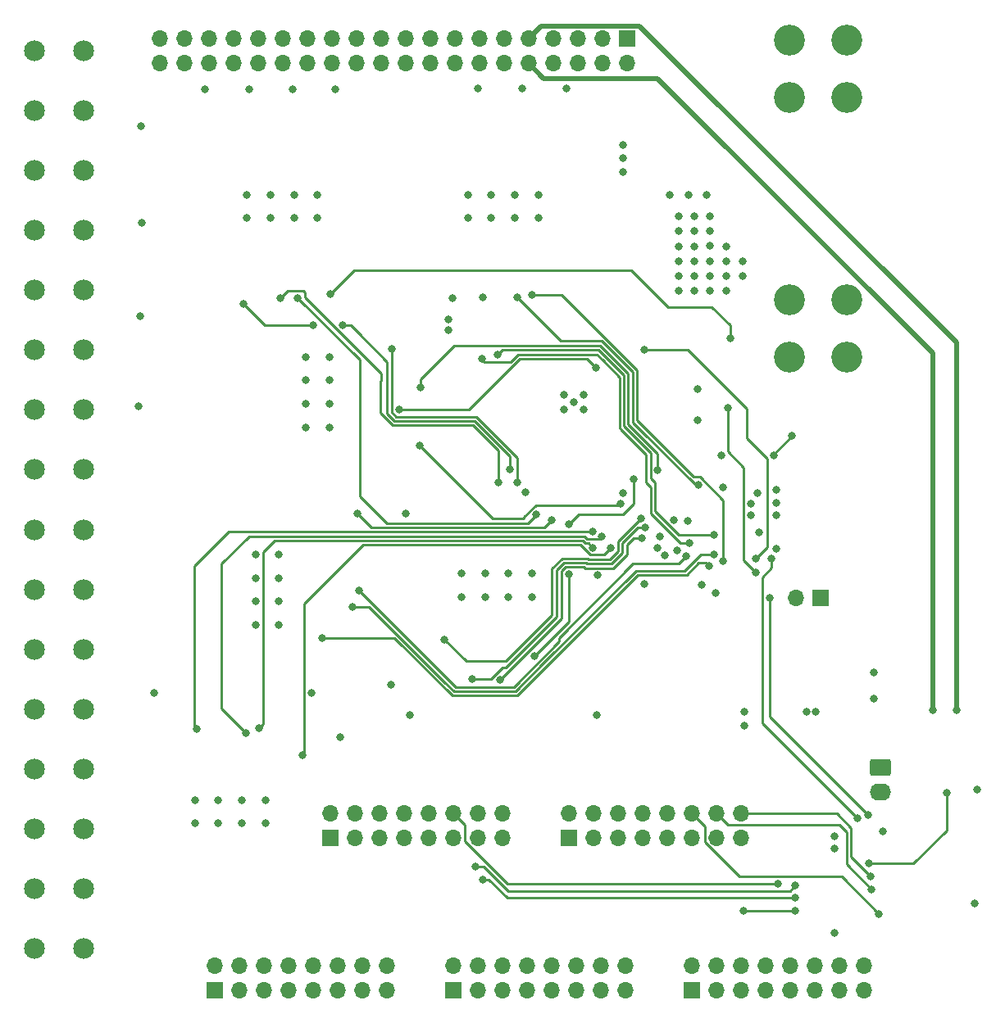
<source format=gbr>
%TF.GenerationSoftware,KiCad,Pcbnew,7.0.10*%
%TF.CreationDate,2024-05-01T16:26:35-07:00*%
%TF.ProjectId,control,636f6e74-726f-46c2-9e6b-696361645f70,B*%
%TF.SameCoordinates,Original*%
%TF.FileFunction,Copper,L4,Bot*%
%TF.FilePolarity,Positive*%
%FSLAX46Y46*%
G04 Gerber Fmt 4.6, Leading zero omitted, Abs format (unit mm)*
G04 Created by KiCad (PCBNEW 7.0.10) date 2024-05-01 16:26:35*
%MOMM*%
%LPD*%
G01*
G04 APERTURE LIST*
G04 Aperture macros list*
%AMRoundRect*
0 Rectangle with rounded corners*
0 $1 Rounding radius*
0 $2 $3 $4 $5 $6 $7 $8 $9 X,Y pos of 4 corners*
0 Add a 4 corners polygon primitive as box body*
4,1,4,$2,$3,$4,$5,$6,$7,$8,$9,$2,$3,0*
0 Add four circle primitives for the rounded corners*
1,1,$1+$1,$2,$3*
1,1,$1+$1,$4,$5*
1,1,$1+$1,$6,$7*
1,1,$1+$1,$8,$9*
0 Add four rect primitives between the rounded corners*
20,1,$1+$1,$2,$3,$4,$5,0*
20,1,$1+$1,$4,$5,$6,$7,0*
20,1,$1+$1,$6,$7,$8,$9,0*
20,1,$1+$1,$8,$9,$2,$3,0*%
G04 Aperture macros list end*
%TA.AperFunction,ComponentPad*%
%ADD10C,2.145000*%
%TD*%
%TA.AperFunction,ComponentPad*%
%ADD11R,1.700000X1.700000*%
%TD*%
%TA.AperFunction,ComponentPad*%
%ADD12O,1.700000X1.700000*%
%TD*%
%TA.AperFunction,ComponentPad*%
%ADD13C,3.200000*%
%TD*%
%TA.AperFunction,ComponentPad*%
%ADD14RoundRect,0.250000X-0.845000X0.620000X-0.845000X-0.620000X0.845000X-0.620000X0.845000X0.620000X0*%
%TD*%
%TA.AperFunction,ComponentPad*%
%ADD15O,2.190000X1.740000*%
%TD*%
%TA.AperFunction,ViaPad*%
%ADD16C,0.800000*%
%TD*%
%TA.AperFunction,Conductor*%
%ADD17C,0.250000*%
%TD*%
%TA.AperFunction,Conductor*%
%ADD18C,0.500000*%
%TD*%
G04 APERTURE END LIST*
D10*
%TO.P,J27,1,P1*%
%TO.N,Net-(J27-P1-Pad1)*%
X83693000Y-94002800D03*
%TO.P,J27,2,P1*%
X88773000Y-94002800D03*
%TD*%
%TO.P,J26,1,P1*%
%TO.N,Net-(J26-P1-Pad1)*%
X83693000Y-87814400D03*
%TO.P,J26,2,P1*%
X88773000Y-87814400D03*
%TD*%
%TO.P,J25,1,P1*%
%TO.N,Net-(J25-P1-Pad1)*%
X83693000Y-81626000D03*
%TO.P,J25,2,P1*%
X88773000Y-81626000D03*
%TD*%
%TO.P,J24,1,P1*%
%TO.N,Net-(J24-P1-Pad1)*%
X83693000Y-75437600D03*
%TO.P,J24,2,P1*%
X88773000Y-75437600D03*
%TD*%
%TO.P,J23,1,P1*%
%TO.N,Net-(J23-P1-Pad1)*%
X83693000Y-69249200D03*
%TO.P,J23,2,P1*%
X88773000Y-69249200D03*
%TD*%
%TO.P,J22,1,P1*%
%TO.N,Net-(J22-P1-Pad1)*%
X83693000Y-63060800D03*
%TO.P,J22,2,P1*%
X88773000Y-63060800D03*
%TD*%
%TO.P,J21,1,P1*%
%TO.N,Net-(J21-P1-Pad1)*%
X83693000Y-56872400D03*
%TO.P,J21,2,P1*%
X88773000Y-56872400D03*
%TD*%
%TO.P,J20,1,P1*%
%TO.N,Net-(J20-P1-Pad1)*%
X83693000Y-50684000D03*
%TO.P,J20,2,P1*%
X88773000Y-50684000D03*
%TD*%
%TO.P,J19,1,P1*%
%TO.N,Net-(J19-P1-Pad1)*%
X83693000Y-143510000D03*
%TO.P,J19,2,P1*%
X88773000Y-143510000D03*
%TD*%
%TO.P,J18,1,P1*%
%TO.N,Net-(J18-P1-Pad1)*%
X83693000Y-137321600D03*
%TO.P,J18,2,P1*%
X88773000Y-137321600D03*
%TD*%
%TO.P,J17,1,P1*%
%TO.N,Net-(J17-P1-Pad1)*%
X83693000Y-131133200D03*
%TO.P,J17,2,P1*%
X88773000Y-131133200D03*
%TD*%
%TO.P,J16,1,P1*%
%TO.N,Net-(J16-P1-Pad1)*%
X83693000Y-124944800D03*
%TO.P,J16,2,P1*%
X88773000Y-124944800D03*
%TD*%
%TO.P,J15,1,P1*%
%TO.N,Net-(J15-P1-Pad1)*%
X83693000Y-118756400D03*
%TO.P,J15,2,P1*%
X88773000Y-118756400D03*
%TD*%
%TO.P,J14,1,P1*%
%TO.N,Net-(J14-P1-Pad1)*%
X83693000Y-112568000D03*
%TO.P,J14,2,P1*%
X88773000Y-112568000D03*
%TD*%
%TO.P,J13,1,P1*%
%TO.N,Net-(J13-P1-Pad1)*%
X83693000Y-106379600D03*
%TO.P,J13,2,P1*%
X88773000Y-106379600D03*
%TD*%
%TO.P,J12,1,P1*%
%TO.N,Net-(J12-P1-Pad1)*%
X83693000Y-100191200D03*
%TO.P,J12,2,P1*%
X88773000Y-100191200D03*
%TD*%
D11*
%TO.P,JP1,1,A*%
%TO.N,Net-(J11-VTref)*%
X164901800Y-107289600D03*
D12*
%TO.P,JP1,2,B*%
%TO.N,+3.3V*%
X162361800Y-107289600D03*
%TD*%
D13*
%TO.P,J2,1*%
%TO.N,GNDREF*%
X167566400Y-76466600D03*
X161696400Y-76466600D03*
X167566400Y-82336600D03*
X161696400Y-82336600D03*
%TD*%
D14*
%TO.P,J28,1,Pin_1*%
%TO.N,/RS485_B*%
X171074400Y-124815600D03*
D15*
%TO.P,J28,2,Pin_2*%
%TO.N,/RS485_A*%
X171074400Y-127355600D03*
%TD*%
D13*
%TO.P,J1,1*%
%TO.N,Net-(D2-A)*%
X167566400Y-49631600D03*
X161696400Y-49631600D03*
X167566400Y-55501600D03*
X161696400Y-55501600D03*
%TD*%
D11*
%TO.P,J5,1,Pin_1*%
%TO.N,unconnected-(J5-Pin_1-Pad1)*%
X151638000Y-147828000D03*
D12*
%TO.P,J5,2,Pin_2*%
%TO.N,unconnected-(J5-Pin_2-Pad2)*%
X151638000Y-145288000D03*
%TO.P,J5,3,Pin_3*%
%TO.N,unconnected-(J5-Pin_3-Pad3)*%
X154178000Y-147828000D03*
%TO.P,J5,4,Pin_4*%
%TO.N,unconnected-(J5-Pin_4-Pad4)*%
X154178000Y-145288000D03*
%TO.P,J5,5,Pin_5*%
%TO.N,unconnected-(J5-Pin_5-Pad5)*%
X156718000Y-147828000D03*
%TO.P,J5,6,Pin_6*%
%TO.N,COMP_1_LGT_EN*%
X156718000Y-145288000D03*
%TO.P,J5,7,Pin_7*%
%TO.N,unconnected-(J5-Pin_7-Pad7)*%
X159258000Y-147828000D03*
%TO.P,J5,8,Pin_8*%
%TO.N,COMP_2_LGT_EN*%
X159258000Y-145288000D03*
%TO.P,J5,9,Pin_9*%
%TO.N,unconnected-(J5-Pin_9-Pad9)*%
X161798000Y-147828000D03*
%TO.P,J5,10,Pin_10*%
%TO.N,COMP_3_LGT_EN*%
X161798000Y-145288000D03*
%TO.P,J5,11,Pin_11*%
%TO.N,unconnected-(J5-Pin_11-Pad11)*%
X164338000Y-147828000D03*
%TO.P,J5,12,Pin_12*%
%TO.N,COMP_4_LGT_EN*%
X164338000Y-145288000D03*
%TO.P,J5,13,Pin_13*%
%TO.N,unconnected-(J5-Pin_13-Pad13)*%
X166878000Y-147828000D03*
%TO.P,J5,14,Pin_14*%
%TO.N,COMP_5_LGT_EN*%
X166878000Y-145288000D03*
%TO.P,J5,15,Pin_15*%
%TO.N,unconnected-(J5-Pin_15-Pad15)*%
X169418000Y-147828000D03*
%TO.P,J5,16,Pin_16*%
%TO.N,unconnected-(J5-Pin_16-Pad16)*%
X169418000Y-145288000D03*
%TD*%
D11*
%TO.P,J4,1,Pin_1*%
%TO.N,unconnected-(J4-Pin_1-Pad1)*%
X127000000Y-147828000D03*
D12*
%TO.P,J4,2,Pin_2*%
%TO.N,unconnected-(J4-Pin_2-Pad2)*%
X127000000Y-145288000D03*
%TO.P,J4,3,Pin_3*%
%TO.N,unconnected-(J4-Pin_3-Pad3)*%
X129540000Y-147828000D03*
%TO.P,J4,4,Pin_4*%
%TO.N,unconnected-(J4-Pin_4-Pad4)*%
X129540000Y-145288000D03*
%TO.P,J4,5,Pin_5*%
%TO.N,unconnected-(J4-Pin_5-Pad5)*%
X132080000Y-147828000D03*
%TO.P,J4,6,Pin_6*%
%TO.N,MARKER_LGT_EN*%
X132080000Y-145288000D03*
%TO.P,J4,7,Pin_7*%
%TO.N,unconnected-(J4-Pin_7-Pad7)*%
X134620000Y-147828000D03*
%TO.P,J4,8,Pin_8*%
%TO.N,BACKUP_CHIME_EN*%
X134620000Y-145288000D03*
%TO.P,J4,9,Pin_9*%
%TO.N,unconnected-(J4-Pin_9-Pad9)*%
X137160000Y-147828000D03*
%TO.P,J4,10,Pin_10*%
%TO.N,Net-(J4-Pin_10)*%
X137160000Y-145288000D03*
%TO.P,J4,11,Pin_11*%
%TO.N,unconnected-(J4-Pin_11-Pad11)*%
X139700000Y-147828000D03*
%TO.P,J4,12,Pin_12*%
%TO.N,Net-(J4-Pin_10)*%
X139700000Y-145288000D03*
%TO.P,J4,13,Pin_13*%
%TO.N,unconnected-(J4-Pin_13-Pad13)*%
X142240000Y-147828000D03*
%TO.P,J4,14,Pin_14*%
%TO.N,ISECT_D_EN*%
X142240000Y-145288000D03*
%TO.P,J4,15,Pin_15*%
%TO.N,unconnected-(J4-Pin_15-Pad15)*%
X144780000Y-147828000D03*
%TO.P,J4,16,Pin_16*%
%TO.N,ISECT_P_EN*%
X144780000Y-145288000D03*
%TD*%
D11*
%TO.P,J10,1,Pin_1*%
%TO.N,+12V*%
X144900000Y-49460000D03*
D12*
%TO.P,J10,2,Pin_2*%
X144900000Y-52000000D03*
%TO.P,J10,3,Pin_3*%
X142360000Y-49460000D03*
%TO.P,J10,4,Pin_4*%
X142360000Y-52000000D03*
%TO.P,J10,5,Pin_5*%
%TO.N,GNDREF*%
X139820000Y-49460000D03*
%TO.P,J10,6,Pin_6*%
X139820000Y-52000000D03*
%TO.P,J10,7,Pin_7*%
X137280000Y-49460000D03*
%TO.P,J10,8,Pin_8*%
X137280000Y-52000000D03*
%TO.P,J10,9,Pin_9*%
%TO.N,Net-(J10-Pin_9)*%
X134740000Y-49460000D03*
%TO.P,J10,10,Pin_10*%
%TO.N,Net-(J10-Pin_10)*%
X134740000Y-52000000D03*
%TO.P,J10,11,Pin_11*%
%TO.N,CAB_SIGNAL_1*%
X132200000Y-49460000D03*
%TO.P,J10,12,Pin_12*%
%TO.N,CAB_SIGNAL_5*%
X132200000Y-52000000D03*
%TO.P,J10,13,Pin_13*%
%TO.N,CAB_SIGNAL_1*%
X129660000Y-49460000D03*
%TO.P,J10,14,Pin_14*%
%TO.N,CAB_SIGNAL_5*%
X129660000Y-52000000D03*
%TO.P,J10,15,Pin_15*%
%TO.N,CAB_SIGNAL_2*%
X127120000Y-49460000D03*
%TO.P,J10,16,Pin_16*%
%TO.N,CAB_SIGNAL_6*%
X127120000Y-52000000D03*
%TO.P,J10,17,Pin_17*%
%TO.N,CAB_SIGNAL_2*%
X124580000Y-49460000D03*
%TO.P,J10,18,Pin_18*%
%TO.N,CAB_SIGNAL_6*%
X124580000Y-52000000D03*
%TO.P,J10,19,Pin_19*%
%TO.N,CAB_SIGNAL_3*%
X122040000Y-49460000D03*
%TO.P,J10,20,Pin_20*%
%TO.N,CAB_SIGNAL_7*%
X122040000Y-52000000D03*
%TO.P,J10,21,Pin_21*%
%TO.N,CAB_SIGNAL_3*%
X119500000Y-49460000D03*
%TO.P,J10,22,Pin_22*%
%TO.N,CAB_SIGNAL_7*%
X119500000Y-52000000D03*
%TO.P,J10,23,Pin_23*%
%TO.N,CAB_SIGNAL_4*%
X116960000Y-49460000D03*
%TO.P,J10,24,Pin_24*%
%TO.N,CAB_SIGNAL_8*%
X116960000Y-52000000D03*
%TO.P,J10,25,Pin_25*%
%TO.N,CAB_SIGNAL_4*%
X114420000Y-49460000D03*
%TO.P,J10,26,Pin_26*%
%TO.N,CAB_SIGNAL_8*%
X114420000Y-52000000D03*
%TO.P,J10,27,Pin_27*%
%TO.N,unconnected-(J10-Pin_27-Pad27)*%
X111880000Y-49460000D03*
%TO.P,J10,28,Pin_28*%
%TO.N,unconnected-(J10-Pin_28-Pad28)*%
X111880000Y-52000000D03*
%TO.P,J10,29,Pin_29*%
%TO.N,unconnected-(J10-Pin_29-Pad29)*%
X109340000Y-49460000D03*
%TO.P,J10,30,Pin_30*%
%TO.N,unconnected-(J10-Pin_30-Pad30)*%
X109340000Y-52000000D03*
%TO.P,J10,31,Pin_31*%
%TO.N,unconnected-(J10-Pin_31-Pad31)*%
X106800000Y-49460000D03*
%TO.P,J10,32,Pin_32*%
%TO.N,unconnected-(J10-Pin_32-Pad32)*%
X106800000Y-52000000D03*
%TO.P,J10,33,Pin_33*%
%TO.N,GNDREF*%
X104260000Y-49460000D03*
%TO.P,J10,34,Pin_34*%
X104260000Y-52000000D03*
%TO.P,J10,35,Pin_35*%
X101720000Y-49460000D03*
%TO.P,J10,36,Pin_36*%
X101720000Y-52000000D03*
%TO.P,J10,37,Pin_37*%
%TO.N,+12V*%
X99180000Y-49460000D03*
%TO.P,J10,38,Pin_38*%
X99180000Y-52000000D03*
%TO.P,J10,39,Pin_39*%
X96640000Y-49460000D03*
%TO.P,J10,40,Pin_40*%
X96640000Y-52000000D03*
%TD*%
D11*
%TO.P,J3,1,Pin_1*%
%TO.N,unconnected-(J3-Pin_1-Pad1)*%
X102362000Y-147828000D03*
D12*
%TO.P,J3,2,Pin_2*%
%TO.N,unconnected-(J3-Pin_2-Pad2)*%
X102362000Y-145288000D03*
%TO.P,J3,3,Pin_3*%
%TO.N,unconnected-(J3-Pin_3-Pad3)*%
X104902000Y-147828000D03*
%TO.P,J3,4,Pin_4*%
%TO.N,unconnected-(J3-Pin_4-Pad4)*%
X104902000Y-145288000D03*
%TO.P,J3,5,Pin_5*%
%TO.N,unconnected-(J3-Pin_5-Pad5)*%
X107442000Y-147828000D03*
%TO.P,J3,6,Pin_6*%
%TO.N,Net-(J3-Pin_6)*%
X107442000Y-145288000D03*
%TO.P,J3,7,Pin_7*%
%TO.N,unconnected-(J3-Pin_7-Pad7)*%
X109982000Y-147828000D03*
%TO.P,J3,8,Pin_8*%
%TO.N,Net-(J3-Pin_6)*%
X109982000Y-145288000D03*
%TO.P,J3,9,Pin_9*%
%TO.N,unconnected-(J3-Pin_9-Pad9)*%
X112522000Y-147828000D03*
%TO.P,J3,10,Pin_10*%
%TO.N,Net-(J3-Pin_10)*%
X112522000Y-145288000D03*
%TO.P,J3,11,Pin_11*%
%TO.N,unconnected-(J3-Pin_11-Pad11)*%
X115062000Y-147828000D03*
%TO.P,J3,12,Pin_12*%
%TO.N,Net-(J3-Pin_10)*%
X115062000Y-145288000D03*
%TO.P,J3,13,Pin_13*%
%TO.N,unconnected-(J3-Pin_13-Pad13)*%
X117602000Y-147828000D03*
%TO.P,J3,14,Pin_14*%
%TO.N,Net-(J3-Pin_14)*%
X117602000Y-145288000D03*
%TO.P,J3,15,Pin_15*%
%TO.N,unconnected-(J3-Pin_15-Pad15)*%
X120142000Y-147828000D03*
%TO.P,J3,16,Pin_16*%
%TO.N,Net-(J3-Pin_14)*%
X120142000Y-145288000D03*
%TD*%
D11*
%TO.P,J7,1,Pin_1*%
%TO.N,unconnected-(J7-Pin_1-Pad1)*%
X138938000Y-132080000D03*
D12*
%TO.P,J7,2,Pin_2*%
%TO.N,unconnected-(J7-Pin_2-Pad2)*%
X138938000Y-129540000D03*
%TO.P,J7,3,Pin_3*%
%TO.N,unconnected-(J7-Pin_3-Pad3)*%
X141478000Y-132080000D03*
%TO.P,J7,4,Pin_4*%
%TO.N,unconnected-(J7-Pin_4-Pad4)*%
X141478000Y-129540000D03*
%TO.P,J7,5,Pin_5*%
%TO.N,unconnected-(J7-Pin_5-Pad5)*%
X144018000Y-132080000D03*
%TO.P,J7,6,Pin_6*%
%TO.N,AUX_7_EN*%
X144018000Y-129540000D03*
%TO.P,J7,7,Pin_7*%
%TO.N,unconnected-(J7-Pin_7-Pad7)*%
X146558000Y-132080000D03*
%TO.P,J7,8,Pin_8*%
%TO.N,AUX_8_EN*%
X146558000Y-129540000D03*
%TO.P,J7,9,Pin_9*%
%TO.N,unconnected-(J7-Pin_9-Pad9)*%
X149098000Y-132080000D03*
%TO.P,J7,10,Pin_10*%
%TO.N,AUX_9_EN*%
X149098000Y-129540000D03*
%TO.P,J7,11,Pin_11*%
%TO.N,unconnected-(J7-Pin_11-Pad11)*%
X151638000Y-132080000D03*
%TO.P,J7,12,Pin_12*%
%TO.N,AUX_10_EN*%
X151638000Y-129540000D03*
%TO.P,J7,13,Pin_13*%
%TO.N,unconnected-(J7-Pin_13-Pad13)*%
X154178000Y-132080000D03*
%TO.P,J7,14,Pin_14*%
%TO.N,AUX_11_EN*%
X154178000Y-129540000D03*
%TO.P,J7,15,Pin_15*%
%TO.N,unconnected-(J7-Pin_15-Pad15)*%
X156718000Y-132080000D03*
%TO.P,J7,16,Pin_16*%
%TO.N,AUX_12_EN*%
X156718000Y-129540000D03*
%TD*%
D11*
%TO.P,J6,1,Pin_1*%
%TO.N,unconnected-(J6-Pin_1-Pad1)*%
X114300000Y-132096000D03*
D12*
%TO.P,J6,2,Pin_2*%
%TO.N,unconnected-(J6-Pin_2-Pad2)*%
X114300000Y-129556000D03*
%TO.P,J6,3,Pin_3*%
%TO.N,unconnected-(J6-Pin_3-Pad3)*%
X116840000Y-132096000D03*
%TO.P,J6,4,Pin_4*%
%TO.N,unconnected-(J6-Pin_4-Pad4)*%
X116840000Y-129556000D03*
%TO.P,J6,5,Pin_5*%
%TO.N,unconnected-(J6-Pin_5-Pad5)*%
X119380000Y-132096000D03*
%TO.P,J6,6,Pin_6*%
%TO.N,AUX_1_EN*%
X119380000Y-129556000D03*
%TO.P,J6,7,Pin_7*%
%TO.N,unconnected-(J6-Pin_7-Pad7)*%
X121920000Y-132096000D03*
%TO.P,J6,8,Pin_8*%
%TO.N,AUX_2_EN*%
X121920000Y-129556000D03*
%TO.P,J6,9,Pin_9*%
%TO.N,unconnected-(J6-Pin_9-Pad9)*%
X124460000Y-132096000D03*
%TO.P,J6,10,Pin_10*%
%TO.N,AUX_3_EN*%
X124460000Y-129556000D03*
%TO.P,J6,11,Pin_11*%
%TO.N,unconnected-(J6-Pin_11-Pad11)*%
X127000000Y-132096000D03*
%TO.P,J6,12,Pin_12*%
%TO.N,AUX_4_EN*%
X127000000Y-129556000D03*
%TO.P,J6,13,Pin_13*%
%TO.N,unconnected-(J6-Pin_13-Pad13)*%
X129540000Y-132096000D03*
%TO.P,J6,14,Pin_14*%
%TO.N,AUX_5_EN*%
X129540000Y-129556000D03*
%TO.P,J6,15,Pin_15*%
%TO.N,unconnected-(J6-Pin_15-Pad15)*%
X132080000Y-132096000D03*
%TO.P,J6,16,Pin_16*%
%TO.N,AUX_6_EN*%
X132080000Y-129556000D03*
%TD*%
D16*
%TO.N,I2C3_SDA*%
X159664400Y-107289600D03*
%TO.N,I2C3_SCL*%
X159842200Y-103174800D03*
%TO.N,COMP_4_SENSE*%
X126034800Y-111556800D03*
X146354800Y-99009200D03*
%TO.N,COMP_1_SENSE*%
X145592800Y-94945200D03*
X138887200Y-104800400D03*
X138887200Y-99669600D03*
X135331200Y-113284000D03*
%TO.N,GNDREF*%
X160324800Y-97409000D03*
X160324800Y-98704400D03*
X110506932Y-65582800D03*
X108085466Y-65582800D03*
X120497600Y-116230400D03*
X138430000Y-87757000D03*
X107543600Y-130556000D03*
X170434000Y-117703600D03*
X135077200Y-104749600D03*
X111760000Y-82346800D03*
X149352000Y-65633600D03*
X166319200Y-133197600D03*
X148336000Y-100888800D03*
X139446000Y-86995000D03*
X151257000Y-65633600D03*
X160324800Y-96113600D03*
X111760000Y-87189734D03*
X100279200Y-130556000D03*
X106527600Y-105189868D03*
X105664000Y-65582800D03*
X106527600Y-102768400D03*
X141782800Y-119329200D03*
X112928400Y-65582800D03*
X144526000Y-61823600D03*
X126492000Y-79603600D03*
X157022800Y-119024400D03*
X135737600Y-65582800D03*
X105122134Y-130556000D03*
X154076400Y-106730800D03*
X128473200Y-65582800D03*
X154635200Y-92506800D03*
X138430000Y-86233000D03*
X181102000Y-127050800D03*
X111760000Y-84768268D03*
X133316132Y-65582800D03*
X157022800Y-120497600D03*
X122021600Y-98501200D03*
X140462000Y-87757000D03*
X151180800Y-99263200D03*
X111760000Y-89611200D03*
X170383200Y-114960400D03*
X102700668Y-130556000D03*
X106527600Y-110032800D03*
X127812800Y-104749600D03*
X166319200Y-131876800D03*
X130234266Y-104749600D03*
X112318800Y-117043200D03*
X166319200Y-141884400D03*
X134416800Y-96367600D03*
X153162000Y-65633600D03*
X132655732Y-104749600D03*
X130894666Y-65582800D03*
X140462000Y-86233000D03*
X152196800Y-85699600D03*
X122478800Y-119329200D03*
X106527600Y-107611334D03*
X126492000Y-78486000D03*
X115265200Y-121666000D03*
X144475200Y-96418400D03*
X144526000Y-60452000D03*
X144526000Y-63195200D03*
X96062800Y-117043200D03*
%TO.N,+3.3V*%
X150266400Y-73964800D03*
X135737600Y-67970400D03*
X133316132Y-67970400D03*
X180797200Y-138836400D03*
X157734000Y-98704400D03*
X102700668Y-128168400D03*
X153466800Y-72420480D03*
X151841200Y-75498960D03*
X153466800Y-67818000D03*
X152603200Y-105867200D03*
X100279200Y-128168400D03*
X132655732Y-107137200D03*
X108085466Y-67970400D03*
X114147600Y-87189734D03*
X152196800Y-88849200D03*
X114147600Y-82346800D03*
X155143200Y-70896480D03*
X130894666Y-67970400D03*
X112928400Y-67970400D03*
X135077200Y-107137200D03*
X155143200Y-72430640D03*
X150266400Y-72430640D03*
X108915200Y-105189868D03*
X114147600Y-84768268D03*
X150266400Y-75498960D03*
X164388800Y-119024400D03*
X128473200Y-67970400D03*
X171297600Y-131419600D03*
X151841200Y-73964800D03*
X150266400Y-70896480D03*
X153466800Y-73954640D03*
X155143200Y-73964800D03*
X108915200Y-107611334D03*
X130234266Y-107137200D03*
X153466800Y-75488800D03*
X151841200Y-67828160D03*
X151841200Y-69362320D03*
X151841200Y-72430640D03*
X105664000Y-67970400D03*
X127812800Y-107137200D03*
X105122134Y-128168400D03*
X108915200Y-102768400D03*
X150266400Y-67828160D03*
X153466800Y-69352160D03*
X150266400Y-69362320D03*
X155143200Y-75498960D03*
X110506932Y-67970400D03*
X156870400Y-72420480D03*
X163423600Y-119024400D03*
X156870400Y-73954640D03*
X153466800Y-70886320D03*
X149758400Y-99212400D03*
X108915200Y-110032800D03*
X114147600Y-89611200D03*
X151841200Y-70896480D03*
X107543600Y-128168400D03*
%TO.N,+12V*%
X138684000Y-54610000D03*
X114808000Y-54711600D03*
X94589600Y-78130400D03*
X110337600Y-54711600D03*
X129540000Y-54610000D03*
X94792800Y-68478400D03*
X94488000Y-87477600D03*
X101346000Y-54711600D03*
X134112000Y-54610000D03*
X105867200Y-54711600D03*
X94742000Y-58470800D03*
%TO.N,CAB_2_SENSE*%
X131622800Y-95300800D03*
X109067600Y-76250800D03*
X146659600Y-105816400D03*
%TO.N,CAB_1_SENSE*%
X148793200Y-102870000D03*
X115519200Y-79044800D03*
X132842000Y-93980000D03*
X105257600Y-76860400D03*
X112471200Y-79044800D03*
%TO.N,CAB_4_SENSE*%
X158242000Y-104648000D03*
X155295600Y-87579200D03*
X114249200Y-75844400D03*
X155549600Y-80416400D03*
%TO.N,CAB_3_SENSE*%
X141833600Y-104902000D03*
X110896400Y-76250800D03*
X135534400Y-98653600D03*
%TO.N,CAB_6_SENSE*%
X133553200Y-76149200D03*
X152247600Y-95605600D03*
%TO.N,CAB_5_SENSE*%
X154838400Y-103479600D03*
X135128000Y-75946000D03*
%TO.N,CAB_8_SENSE*%
X129895600Y-82499200D03*
X151384000Y-101549200D03*
X126898400Y-76301600D03*
%TO.N,CAB_7_SENSE*%
X131572000Y-82143600D03*
X129997200Y-76149200D03*
X153873200Y-100736400D03*
%TO.N,STOP_LIGHT_SENSE*%
X153416000Y-103987600D03*
X113436400Y-111404400D03*
%TO.N,PARK_BRAKE_SENSE*%
X117043200Y-98501200D03*
X150063200Y-102311200D03*
X137109200Y-99212400D03*
%TO.N,MARKER_LIGHT_SENSE*%
X117246400Y-106476800D03*
X151028400Y-102971600D03*
%TO.N,REVERSE_LIGHT_SENSE*%
X153924000Y-102768400D03*
X116586000Y-108153200D03*
%TO.N,HORN_SENSE*%
X105511600Y-121208800D03*
X142290800Y-100939600D03*
%TO.N,AUX_1_SENSE*%
X141376400Y-102057200D03*
X106883200Y-120751600D03*
%TO.N,AUX_2_SENSE*%
X143256000Y-102108000D03*
X111353600Y-123545600D03*
%TO.N,BATT_SW_SENSE*%
X100482400Y-120802400D03*
X141325600Y-100431600D03*
%TO.N,COMP_2_SENSE*%
X146405600Y-101041200D03*
X131775200Y-115722400D03*
%TO.N,COMP_3_SENSE*%
X128930400Y-115620800D03*
X146812000Y-99974400D03*
%TO.N,COMP_5_SENSE*%
X133604000Y-95300800D03*
X148082000Y-102108000D03*
X120650000Y-81483200D03*
%TO.N,REAR_DOOR_SENSE*%
X123545600Y-85496400D03*
X148082000Y-94081600D03*
%TO.N,AUX_3_SENSE*%
X123494800Y-91541600D03*
X144272000Y-97536000D03*
X154787600Y-95859600D03*
%TO.N,SIDE_DOOR_SENSE*%
X146710400Y-81635600D03*
X141681200Y-83464400D03*
X121361200Y-87782400D03*
X158191200Y-103174800D03*
%TO.N,/MCU/#RESET*%
X160070800Y-92506800D03*
X161950400Y-90525600D03*
%TO.N,AUX_4_EN*%
X160528000Y-136804400D03*
%TO.N,AUX_5_EN*%
X162255200Y-137007600D03*
X129235200Y-135026400D03*
%TO.N,AUX_6_EN*%
X162255200Y-138277600D03*
X130048000Y-136398000D03*
%TO.N,UART5_TX*%
X158394400Y-96418400D03*
X160324800Y-102158800D03*
%TO.N,UART5_RX*%
X158546800Y-100482400D03*
X157734000Y-97485200D03*
%TO.N,AUX_9_EN*%
X162255200Y-139598400D03*
X156921200Y-139598400D03*
%TO.N,AUX_10_EN*%
X170942000Y-139903200D03*
%TO.N,AUX_11_EN*%
X170180000Y-137363200D03*
%TO.N,AUX_12_EN*%
X170078400Y-136042400D03*
%TO.N,I2C3_SDA*%
X169824400Y-129692400D03*
%TO.N,I2C3_SCL*%
X168706800Y-130048000D03*
%TO.N,Net-(J10-Pin_9)*%
X178917600Y-118821200D03*
%TO.N,Net-(J10-Pin_10)*%
X176479200Y-118821200D03*
%TO.N,Net-(U10-INT#)*%
X169926000Y-134721600D03*
X177952400Y-127406400D03*
%TD*%
D17*
%TO.N,I2C3_SDA*%
X169824400Y-129692400D02*
X159753300Y-119621300D01*
X159664400Y-107289600D02*
X159664400Y-119532400D01*
X159664400Y-119532400D02*
X159753300Y-119621300D01*
%TO.N,I2C3_SCL*%
X159842200Y-104165400D02*
X159842200Y-103174800D01*
X158888600Y-105119000D02*
X159842200Y-104165400D01*
%TO.N,COMP_4_SENSE*%
X137160000Y-104215115D02*
X137160000Y-109064808D01*
X143981000Y-101383000D02*
X143981000Y-102408305D01*
X138199715Y-103175400D02*
X137160000Y-104215115D01*
X132408804Y-113816004D02*
X128294004Y-113816004D01*
X140832899Y-103175400D02*
X138199715Y-103175400D01*
X143112905Y-103276400D02*
X140933899Y-103276400D01*
X146354800Y-99009200D02*
X143981000Y-101383000D01*
X137160000Y-109064808D02*
X132408804Y-113816004D01*
X143981000Y-102408305D02*
X143112905Y-103276400D01*
X128294004Y-113816004D02*
X126034800Y-111556800D01*
X140933899Y-103276400D02*
X140832899Y-103175400D01*
%TO.N,COMP_1_SENSE*%
X138887200Y-99669600D02*
X139903200Y-98653600D01*
X138887200Y-109728000D02*
X138887200Y-104800400D01*
X138887200Y-104800400D02*
X138887200Y-104902000D01*
X144474178Y-98653600D02*
X145592800Y-97534978D01*
X139903200Y-98653600D02*
X144474178Y-98653600D01*
X145592800Y-97534978D02*
X145592800Y-94945200D01*
X135331200Y-113284000D02*
X138887200Y-109728000D01*
%TO.N,CAB_2_SENSE*%
X131622800Y-92052392D02*
X128978408Y-89408000D01*
X111621400Y-76172305D02*
X111621400Y-75655000D01*
X120688703Y-89408000D02*
X119430800Y-88150097D01*
X119481600Y-84032505D02*
X111621400Y-76172305D01*
X111621400Y-75655000D02*
X111455200Y-75488800D01*
X131622800Y-95300800D02*
X131622800Y-92052392D01*
X119430800Y-88150097D02*
X119430800Y-84836000D01*
X119430800Y-84836000D02*
X119481600Y-84785200D01*
X111455200Y-75488800D02*
X109829600Y-75488800D01*
X119481600Y-84785200D02*
X119481600Y-84032505D01*
X128978408Y-89408000D02*
X120688703Y-89408000D01*
X109829600Y-75488800D02*
X109067600Y-76250800D01*
%TO.N,CAB_1_SENSE*%
X120149200Y-88232101D02*
X120149200Y-87859309D01*
X120874499Y-88957400D02*
X120149200Y-88232101D01*
X131711002Y-91504198D02*
X129164204Y-88957400D01*
X132842000Y-93980000D02*
X132842000Y-92635196D01*
X116382800Y-79095600D02*
X115519200Y-79044800D01*
X132842000Y-92635196D02*
X131711002Y-91504198D01*
X120149200Y-82862000D02*
X117043200Y-79756000D01*
X117043200Y-79756000D02*
X116382800Y-79095600D01*
X105257600Y-76860400D02*
X107492800Y-79095600D01*
X129164204Y-88957400D02*
X120874499Y-88957400D01*
X120149200Y-87859309D02*
X120149200Y-82862000D01*
X107492800Y-79095600D02*
X112471200Y-79044800D01*
X112471200Y-79044800D02*
X112522000Y-79095600D01*
X115519200Y-79044800D02*
X115519200Y-79095600D01*
%TO.N,CAB_4_SENSE*%
X149148800Y-77216000D02*
X153670000Y-77216000D01*
X156972000Y-93818295D02*
X156972000Y-103378000D01*
X155549600Y-79095600D02*
X155549600Y-80416400D01*
X155295600Y-87579200D02*
X155295600Y-92141895D01*
X116687600Y-73406000D02*
X145338800Y-73406000D01*
X156972000Y-103378000D02*
X158242000Y-104648000D01*
X155295600Y-92141895D02*
X156972000Y-93818295D01*
X114249200Y-75844400D02*
X116687600Y-73406000D01*
X153670000Y-77216000D02*
X155549600Y-79095600D01*
X145338800Y-73406000D02*
X149148800Y-77216000D01*
%TO.N,CAB_3_SENSE*%
X135534400Y-98653600D02*
X135585200Y-98653600D01*
X119786400Y-99212400D02*
X120105600Y-99531600D01*
X117297200Y-96723200D02*
X119786400Y-99212400D01*
X110896400Y-76250800D02*
X117297200Y-82651600D01*
X117297200Y-93167200D02*
X117297200Y-96723200D01*
X133197600Y-99531600D02*
X134707200Y-99531600D01*
X135534400Y-98704400D02*
X135534400Y-98653600D01*
X134707200Y-99531600D02*
X135534400Y-98704400D01*
X135585200Y-98653600D02*
X135534400Y-98704400D01*
X117297200Y-82651600D02*
X117297200Y-93167200D01*
X120105600Y-99531600D02*
X133197600Y-99531600D01*
%TO.N,CAB_6_SENSE*%
X138074400Y-80670400D02*
X133553200Y-76149200D01*
X145484000Y-84937600D02*
X145484000Y-83887604D01*
X151993974Y-95605600D02*
X146202587Y-89814213D01*
X140868400Y-80670400D02*
X138074400Y-80670400D01*
X145484000Y-83887604D02*
X142266796Y-80670400D01*
X152247600Y-95605600D02*
X151993974Y-95605600D01*
X142266796Y-80670400D02*
X140868400Y-80670400D01*
X146202587Y-89814213D02*
X145484000Y-89095626D01*
X145484000Y-89095626D02*
X145484000Y-84937600D01*
%TO.N,CAB_5_SENSE*%
X145934000Y-83701208D02*
X138178792Y-75946000D01*
X154838400Y-97171095D02*
X152421120Y-94753815D01*
X145934000Y-88909230D02*
X145934000Y-83701208D01*
X152421120Y-94753815D02*
X151778585Y-94753815D01*
X154838400Y-103479600D02*
X154838400Y-97171095D01*
X151778585Y-94753815D02*
X145934000Y-88909230D01*
X138178792Y-75946000D02*
X135128000Y-75946000D01*
%TO.N,CAB_8_SENSE*%
X129895600Y-82499200D02*
X129794000Y-82499200D01*
X150418800Y-101549200D02*
X147828000Y-98958400D01*
X144134000Y-84446792D02*
X142340204Y-82652996D01*
X147015200Y-95453200D02*
X146907000Y-95345000D01*
X133654800Y-82078400D02*
X132864600Y-82868600D01*
X144134000Y-85598000D02*
X144134000Y-84446792D01*
X129794000Y-82499200D02*
X129895600Y-82600800D01*
X130163400Y-82868600D02*
X129895600Y-82600800D01*
X147370800Y-95808800D02*
X147015200Y-95453200D01*
X147370800Y-96164400D02*
X147370800Y-95808800D01*
X142340204Y-82652996D02*
X141765608Y-82078400D01*
X141765608Y-82078400D02*
X136601200Y-82078400D01*
X132864600Y-82868600D02*
X130163400Y-82868600D01*
X146907000Y-92427814D02*
X144358993Y-89879807D01*
X151384000Y-101549200D02*
X150418800Y-101549200D01*
X144134000Y-89654814D02*
X144134000Y-85598000D01*
X136601200Y-82078400D02*
X133654800Y-82078400D01*
X147370800Y-98501200D02*
X147370800Y-96164400D01*
X129895600Y-82600800D02*
X129895600Y-82499200D01*
X146907000Y-93370400D02*
X146907000Y-92427814D01*
X147828000Y-98958400D02*
X147370800Y-98501200D01*
X144358993Y-89879807D02*
X144134000Y-89654814D01*
X146907000Y-95345000D02*
X146907000Y-93370400D01*
%TO.N,CAB_7_SENSE*%
X144584000Y-84260396D02*
X141952004Y-81628400D01*
X153873200Y-100736400D02*
X150257095Y-100736400D01*
X141952004Y-81628400D02*
X133604000Y-81628400D01*
X147357000Y-92241418D02*
X146607591Y-91492009D01*
X132087200Y-81628400D02*
X131572000Y-82143600D01*
X147357000Y-94880600D02*
X147357000Y-92241418D01*
X146607591Y-91492009D02*
X144584000Y-89468418D01*
X144584000Y-89468418D02*
X144584000Y-86969600D01*
X150257095Y-100736400D02*
X147828000Y-98307305D01*
X147828000Y-98307305D02*
X147828000Y-95351600D01*
X144584000Y-86969600D02*
X144584000Y-84260396D01*
X133604000Y-81628400D02*
X132087200Y-81628400D01*
X147828000Y-95351600D02*
X147357000Y-94880600D01*
%TO.N,STOP_LIGHT_SENSE*%
X120901208Y-111404400D02*
X126844208Y-117347400D01*
X153416000Y-103987600D02*
X153466800Y-103987600D01*
X146018497Y-104894800D02*
X151062396Y-104894800D01*
X153416000Y-104038400D02*
X153416000Y-103987600D01*
X126844208Y-117347400D02*
X133565897Y-117347400D01*
X113436400Y-111404400D02*
X120901208Y-111404400D01*
X133565897Y-117347400D02*
X146018497Y-104894800D01*
X152325196Y-103632000D02*
X153060400Y-103632000D01*
X153466800Y-103987600D02*
X153365200Y-104089200D01*
X151062396Y-104894800D02*
X152325196Y-103632000D01*
X153060400Y-103632000D02*
X153416000Y-103987600D01*
%TO.N,PARK_BRAKE_SENSE*%
X117043200Y-98501200D02*
X118523600Y-99981600D01*
X137109200Y-99212400D02*
X137058400Y-99263200D01*
X136340000Y-99981600D02*
X137109200Y-99212400D01*
X118523600Y-99981600D02*
X136296400Y-99981600D01*
X136296400Y-99981600D02*
X136340000Y-99981600D01*
%TO.N,MARKER_LIGHT_SENSE*%
X145517996Y-103733600D02*
X150266400Y-103733600D01*
X127217000Y-116447400D02*
X133193105Y-116447400D01*
X137884598Y-111366998D02*
X145517996Y-103733600D01*
X137884598Y-111755907D02*
X137884598Y-111366998D01*
X150266400Y-103733600D02*
X151028400Y-102971600D01*
X133193105Y-116447400D02*
X137884598Y-111755907D01*
X117246400Y-106476800D02*
X127217000Y-116447400D01*
%TO.N,REVERSE_LIGHT_SENSE*%
X116586000Y-108153200D02*
X118286404Y-108153200D01*
X133379501Y-116897400D02*
X136314451Y-113962450D01*
X153924000Y-102768400D02*
X153822400Y-102768400D01*
X152552400Y-102768400D02*
X153924000Y-102768400D01*
X150876000Y-104444800D02*
X152552400Y-102768400D01*
X145832101Y-104444800D02*
X150876000Y-104444800D01*
X136314451Y-113962450D02*
X145832101Y-104444800D01*
X126072202Y-115938998D02*
X127030604Y-116897400D01*
X127030604Y-116897400D02*
X133379501Y-116897400D01*
X118286404Y-108153200D02*
X126072202Y-115938998D01*
%TO.N,HORN_SENSE*%
X140787800Y-101156600D02*
X140512800Y-100881600D01*
X103022400Y-118059200D02*
X103022400Y-118719600D01*
X142290800Y-100939600D02*
X142073800Y-101156600D01*
X105511600Y-121208800D02*
X105460800Y-121158000D01*
X103022400Y-103726400D02*
X103022400Y-118059200D01*
X142073800Y-101156600D02*
X140787800Y-101156600D01*
X103022400Y-118719600D02*
X105511600Y-121208800D01*
X140512800Y-100881600D02*
X105867200Y-100881600D01*
X105867200Y-100881600D02*
X103022400Y-103726400D01*
%TO.N,AUX_1_SENSE*%
X107289600Y-120294400D02*
X107289600Y-102514400D01*
X140326404Y-101331600D02*
X140601404Y-101606600D01*
X108472400Y-101331600D02*
X140326404Y-101331600D01*
X106883200Y-120700800D02*
X107289600Y-120294400D01*
X107289600Y-102514400D02*
X108472400Y-101331600D01*
X140601404Y-101606600D02*
X140925800Y-101606600D01*
X140925800Y-101606600D02*
X141376400Y-102057200D01*
%TO.N,AUX_2_SENSE*%
X142581800Y-102782200D02*
X143256000Y-102108000D01*
X111353600Y-123494800D02*
X111593800Y-123254600D01*
X111593800Y-107840600D02*
X117652800Y-101781600D01*
X111593800Y-123254600D02*
X111593800Y-107840600D01*
X141076095Y-102782200D02*
X142581800Y-102782200D01*
X140075495Y-101781600D02*
X141076095Y-102782200D01*
X117652800Y-101781600D02*
X140075495Y-101781600D01*
%TO.N,BATT_SW_SENSE*%
X103733600Y-100431600D02*
X100177600Y-103987600D01*
X100177600Y-120497600D02*
X100482400Y-120802400D01*
X100177600Y-103987600D02*
X100177600Y-120497600D01*
X141325600Y-100431600D02*
X103733600Y-100431600D01*
%TO.N,COMP_2_SENSE*%
X144881000Y-102781097D02*
X143485697Y-104176400D01*
X143485697Y-104176400D02*
X140561107Y-104176400D01*
X138572507Y-104075400D02*
X138162200Y-104485707D01*
X144881000Y-101755792D02*
X144881000Y-102781097D01*
X138162200Y-109335400D02*
X131775200Y-115722400D01*
X145595592Y-101041200D02*
X144881000Y-101755792D01*
X140561107Y-104176400D02*
X140460107Y-104075400D01*
X140460107Y-104075400D02*
X138572507Y-104075400D01*
X146405600Y-101041200D02*
X145595592Y-101041200D01*
X131930732Y-115516068D02*
X131775200Y-115671600D01*
X138162200Y-104485707D02*
X138162200Y-109335400D01*
%TO.N,COMP_3_SENSE*%
X140747503Y-103726400D02*
X140646503Y-103625400D01*
X138386111Y-103625400D02*
X137617200Y-104394311D01*
X146025996Y-99974400D02*
X144431000Y-101569396D01*
X143299301Y-103726400D02*
X140747503Y-103726400D01*
X137617200Y-104394311D02*
X137617200Y-109244004D01*
X137617200Y-109244004D02*
X132396802Y-114464402D01*
X130851495Y-115620800D02*
X128930400Y-115620800D01*
X144431000Y-101569396D02*
X144431000Y-102594701D01*
X140646503Y-103625400D02*
X138386111Y-103625400D01*
X146812000Y-99974400D02*
X146025996Y-99974400D01*
X132396802Y-114464402D02*
X132007893Y-114464402D01*
X132007893Y-114464402D02*
X130851495Y-115620800D01*
X144431000Y-102594701D02*
X143299301Y-103726400D01*
%TO.N,COMP_5_SENSE*%
X121060895Y-88507400D02*
X129350600Y-88507400D01*
X129350600Y-88507400D02*
X133604000Y-92760800D01*
X120650000Y-86207600D02*
X120599200Y-86258400D01*
X120599200Y-86258400D02*
X120599200Y-88045705D01*
X120650000Y-81483200D02*
X120650000Y-86207600D01*
X133604000Y-92760800D02*
X133604000Y-95300800D01*
X120599200Y-88045705D02*
X121060895Y-88507400D01*
%TO.N,REAR_DOOR_SENSE*%
X142697200Y-81737200D02*
X142138400Y-81178400D01*
X145034000Y-89282022D02*
X145034000Y-87020400D01*
X148082000Y-92330022D02*
X145034000Y-89282022D01*
X142138400Y-81178400D02*
X128676400Y-81178400D01*
X145034000Y-87020400D02*
X145034000Y-84074000D01*
X127050800Y-81178400D02*
X123545600Y-84683600D01*
X123545600Y-84683600D02*
X123545600Y-85445600D01*
X145034000Y-84074000D02*
X142697200Y-81737200D01*
X148082000Y-94081600D02*
X148082000Y-92330022D01*
X128676400Y-81178400D02*
X127050800Y-81178400D01*
%TO.N,AUX_3_SENSE*%
X134264400Y-99081600D02*
X134264400Y-98898295D01*
X135501695Y-97661000D02*
X144197800Y-97661000D01*
X144322800Y-97536000D02*
X144272000Y-97586800D01*
X134264400Y-98898295D02*
X135501695Y-97661000D01*
X132711200Y-99081600D02*
X134264400Y-99081600D01*
X144272000Y-97536000D02*
X144322800Y-97536000D01*
X131013200Y-99060000D02*
X132689600Y-99060000D01*
X144197800Y-97661000D02*
X144272000Y-97586800D01*
X123494800Y-91541600D02*
X131013200Y-99060000D01*
X144272000Y-97586800D02*
X144272000Y-97536000D01*
X132689600Y-99060000D02*
X132711200Y-99081600D01*
%TO.N,SIDE_DOOR_SENSE*%
X159359600Y-99263200D02*
X159359600Y-102006400D01*
X138074400Y-82528400D02*
X140745200Y-82528400D01*
X140745200Y-82528400D02*
X141681200Y-83464400D01*
X157276800Y-90738105D02*
X159359600Y-92820905D01*
X121361200Y-87782400D02*
X128587196Y-87782400D01*
X146710400Y-81635600D02*
X151180800Y-81635600D01*
X159359600Y-92820905D02*
X159359600Y-99263200D01*
X133762598Y-82606998D02*
X133841196Y-82528400D01*
X157276800Y-87731600D02*
X157276800Y-90738105D01*
X159308800Y-102057200D02*
X158191200Y-103174800D01*
X151180800Y-81635600D02*
X157276800Y-87731600D01*
X128587196Y-87782400D02*
X133762598Y-82606998D01*
X133841196Y-82528400D02*
X138074400Y-82528400D01*
X159359600Y-102006400D02*
X159308800Y-102057200D01*
%TO.N,/MCU/#RESET*%
X160070800Y-92405200D02*
X161950400Y-90525600D01*
X160070800Y-92506800D02*
X160070800Y-92405200D01*
%TO.N,AUX_4_EN*%
X132586699Y-136804400D02*
X128175000Y-132392701D01*
X160528000Y-136804400D02*
X132586699Y-136804400D01*
X128175000Y-130731000D02*
X127000000Y-129556000D01*
X128175000Y-132392701D02*
X128175000Y-130731000D01*
%TO.N,AUX_5_EN*%
X161733400Y-137529400D02*
X132601800Y-137529400D01*
X130149600Y-135077200D02*
X130098800Y-135026400D01*
X130098800Y-135026400D02*
X129235200Y-135026400D01*
X162255200Y-137007600D02*
X161733400Y-137529400D01*
X129235200Y-135026400D02*
X129438400Y-135026400D01*
X132601800Y-137529400D02*
X130149600Y-135077200D01*
%TO.N,AUX_6_EN*%
X130149600Y-136347200D02*
X130200400Y-136347200D01*
X130606800Y-136347200D02*
X130251200Y-136347200D01*
X130048000Y-136398000D02*
X130149600Y-136347200D01*
X130251200Y-136347200D02*
X130048000Y-136398000D01*
X132537200Y-138277600D02*
X130606800Y-136347200D01*
X162255200Y-138277600D02*
X132537200Y-138277600D01*
%TO.N,AUX_9_EN*%
X162255200Y-139598400D02*
X156921200Y-139598400D01*
%TO.N,AUX_10_EN*%
X156478699Y-136042400D02*
X152958800Y-132522501D01*
X167081200Y-136042400D02*
X156478699Y-136042400D01*
X152958800Y-130860800D02*
X151638000Y-129540000D01*
X152958800Y-132522501D02*
X152958800Y-130860800D01*
X170942000Y-139903200D02*
X167081200Y-136042400D01*
%TO.N,AUX_11_EN*%
X155353000Y-130715000D02*
X154178000Y-129540000D01*
X167596400Y-134779600D02*
X167596400Y-131470400D01*
X167596400Y-131470400D02*
X166841000Y-130715000D01*
X170180000Y-137363200D02*
X167596400Y-134779600D01*
X166841000Y-130715000D02*
X155353000Y-130715000D01*
%TO.N,AUX_12_EN*%
X168046400Y-134010400D02*
X168046400Y-131013200D01*
X170078400Y-136042400D02*
X168046400Y-134010400D01*
X168046400Y-131013200D02*
X166573200Y-129540000D01*
X166573200Y-129540000D02*
X156718000Y-129540000D01*
%TO.N,I2C3_SCL*%
X168706800Y-130048000D02*
X158888600Y-120229800D01*
X158888600Y-120229800D02*
X158888600Y-105119000D01*
D18*
%TO.N,Net-(J10-Pin_9)*%
X136040000Y-48160000D02*
X134740000Y-49460000D01*
X178917600Y-80877600D02*
X146200000Y-48160000D01*
X146200000Y-48160000D02*
X136040000Y-48160000D01*
X178917600Y-118821200D02*
X178917600Y-80877600D01*
%TO.N,Net-(J10-Pin_10)*%
X148082000Y-53543200D02*
X176479200Y-81940400D01*
X176479200Y-81940400D02*
X176479200Y-118821200D01*
X136283200Y-53543200D02*
X148082000Y-53543200D01*
X134740000Y-52000000D02*
X136283200Y-53543200D01*
D17*
%TO.N,Net-(U10-INT#)*%
X177952400Y-131267200D02*
X177952400Y-127406400D01*
X174498000Y-134721600D02*
X177952400Y-131267200D01*
X169926000Y-134721600D02*
X174498000Y-134721600D01*
%TD*%
M02*

</source>
